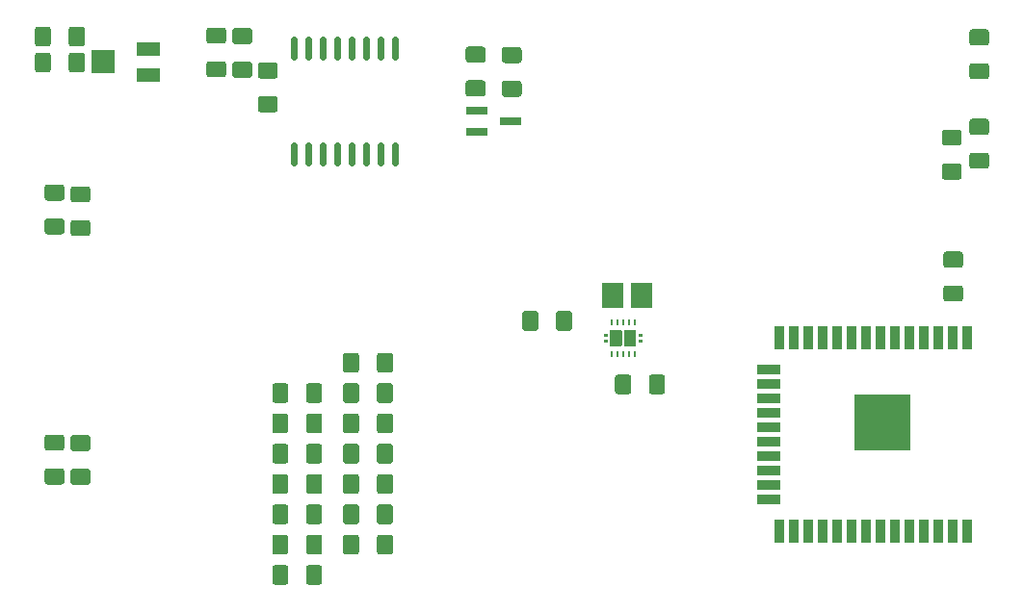
<source format=gtp>
G04 #@! TF.GenerationSoftware,KiCad,Pcbnew,(5.1.6)-1*
G04 #@! TF.CreationDate,2020-08-25T11:11:56+02:00*
G04 #@! TF.ProjectId,projet,70726f6a-6574-42e6-9b69-6361645f7063,rev?*
G04 #@! TF.SameCoordinates,Original*
G04 #@! TF.FileFunction,Paste,Top*
G04 #@! TF.FilePolarity,Positive*
%FSLAX46Y46*%
G04 Gerber Fmt 4.6, Leading zero omitted, Abs format (unit mm)*
G04 Created by KiCad (PCBNEW (5.1.6)-1) date 2020-08-25 11:11:56*
%MOMM*%
%LPD*%
G01*
G04 APERTURE LIST*
%ADD10R,0.240000X0.600000*%
%ADD11R,1.900000X0.800000*%
%ADD12R,1.825000X2.200000*%
%ADD13R,0.900000X2.000000*%
%ADD14R,2.000000X0.900000*%
%ADD15R,5.000000X5.000000*%
%ADD16R,2.000000X1.300000*%
%ADD17R,2.000000X2.000000*%
G04 APERTURE END LIST*
D10*
X113456000Y-55248000D03*
X112956000Y-55248000D03*
X112456000Y-55248000D03*
X111956000Y-55248000D03*
X111456000Y-55248000D03*
X111456000Y-52448000D03*
X111956000Y-52448000D03*
X112456000Y-52448000D03*
X112956000Y-52448000D03*
X113456000Y-52448000D03*
G36*
G01*
X110781000Y-53973000D02*
X111071000Y-53973000D01*
G75*
G02*
X111096000Y-53998000I0J-25000D01*
G01*
X111096000Y-54198000D01*
G75*
G02*
X111071000Y-54223000I-25000J0D01*
G01*
X110781000Y-54223000D01*
G75*
G02*
X110756000Y-54198000I0J25000D01*
G01*
X110756000Y-53998000D01*
G75*
G02*
X110781000Y-53973000I25000J0D01*
G01*
G37*
G36*
G01*
X110781000Y-53473000D02*
X111071000Y-53473000D01*
G75*
G02*
X111096000Y-53498000I0J-25000D01*
G01*
X111096000Y-53698000D01*
G75*
G02*
X111071000Y-53723000I-25000J0D01*
G01*
X110781000Y-53723000D01*
G75*
G02*
X110756000Y-53698000I0J25000D01*
G01*
X110756000Y-53498000D01*
G75*
G02*
X110781000Y-53473000I25000J0D01*
G01*
G37*
G36*
G01*
X113841000Y-53973000D02*
X114131000Y-53973000D01*
G75*
G02*
X114156000Y-53998000I0J-25000D01*
G01*
X114156000Y-54198000D01*
G75*
G02*
X114131000Y-54223000I-25000J0D01*
G01*
X113841000Y-54223000D01*
G75*
G02*
X113816000Y-54198000I0J25000D01*
G01*
X113816000Y-53998000D01*
G75*
G02*
X113841000Y-53973000I25000J0D01*
G01*
G37*
G36*
G01*
X113841000Y-53473000D02*
X114131000Y-53473000D01*
G75*
G02*
X114156000Y-53498000I0J-25000D01*
G01*
X114156000Y-53698000D01*
G75*
G02*
X114131000Y-53723000I-25000J0D01*
G01*
X113841000Y-53723000D01*
G75*
G02*
X113816000Y-53698000I0J25000D01*
G01*
X113816000Y-53498000D01*
G75*
G02*
X113841000Y-53473000I25000J0D01*
G01*
G37*
G36*
G01*
X112662000Y-53098000D02*
X113510000Y-53098000D01*
G75*
G02*
X113616000Y-53204000I0J-106000D01*
G01*
X113616000Y-54492000D01*
G75*
G02*
X113510000Y-54598000I-106000J0D01*
G01*
X112662000Y-54598000D01*
G75*
G02*
X112556000Y-54492000I0J106000D01*
G01*
X112556000Y-53204000D01*
G75*
G02*
X112662000Y-53098000I106000J0D01*
G01*
G37*
G36*
G01*
X111402000Y-53098000D02*
X112250000Y-53098000D01*
G75*
G02*
X112356000Y-53204000I0J-106000D01*
G01*
X112356000Y-54492000D01*
G75*
G02*
X112250000Y-54598000I-106000J0D01*
G01*
X111402000Y-54598000D01*
G75*
G02*
X111296000Y-54492000I0J106000D01*
G01*
X111296000Y-53204000D01*
G75*
G02*
X111402000Y-53098000I106000J0D01*
G01*
G37*
G36*
G01*
X143139000Y-29640500D02*
X144389000Y-29640500D01*
G75*
G02*
X144639000Y-29890500I0J-250000D01*
G01*
X144639000Y-30815500D01*
G75*
G02*
X144389000Y-31065500I-250000J0D01*
G01*
X143139000Y-31065500D01*
G75*
G02*
X142889000Y-30815500I0J250000D01*
G01*
X142889000Y-29890500D01*
G75*
G02*
X143139000Y-29640500I250000J0D01*
G01*
G37*
G36*
G01*
X143139000Y-26665500D02*
X144389000Y-26665500D01*
G75*
G02*
X144639000Y-26915500I0J-250000D01*
G01*
X144639000Y-27840500D01*
G75*
G02*
X144389000Y-28090500I-250000J0D01*
G01*
X143139000Y-28090500D01*
G75*
G02*
X142889000Y-27840500I0J250000D01*
G01*
X142889000Y-26915500D01*
G75*
G02*
X143139000Y-26665500I250000J0D01*
G01*
G37*
G36*
G01*
X83716000Y-29395000D02*
X83416000Y-29395000D01*
G75*
G02*
X83266000Y-29245000I0J150000D01*
G01*
X83266000Y-27495000D01*
G75*
G02*
X83416000Y-27345000I150000J0D01*
G01*
X83716000Y-27345000D01*
G75*
G02*
X83866000Y-27495000I0J-150000D01*
G01*
X83866000Y-29245000D01*
G75*
G02*
X83716000Y-29395000I-150000J0D01*
G01*
G37*
G36*
G01*
X84986000Y-29395000D02*
X84686000Y-29395000D01*
G75*
G02*
X84536000Y-29245000I0J150000D01*
G01*
X84536000Y-27495000D01*
G75*
G02*
X84686000Y-27345000I150000J0D01*
G01*
X84986000Y-27345000D01*
G75*
G02*
X85136000Y-27495000I0J-150000D01*
G01*
X85136000Y-29245000D01*
G75*
G02*
X84986000Y-29395000I-150000J0D01*
G01*
G37*
G36*
G01*
X86256000Y-29395000D02*
X85956000Y-29395000D01*
G75*
G02*
X85806000Y-29245000I0J150000D01*
G01*
X85806000Y-27495000D01*
G75*
G02*
X85956000Y-27345000I150000J0D01*
G01*
X86256000Y-27345000D01*
G75*
G02*
X86406000Y-27495000I0J-150000D01*
G01*
X86406000Y-29245000D01*
G75*
G02*
X86256000Y-29395000I-150000J0D01*
G01*
G37*
G36*
G01*
X87526000Y-29395000D02*
X87226000Y-29395000D01*
G75*
G02*
X87076000Y-29245000I0J150000D01*
G01*
X87076000Y-27495000D01*
G75*
G02*
X87226000Y-27345000I150000J0D01*
G01*
X87526000Y-27345000D01*
G75*
G02*
X87676000Y-27495000I0J-150000D01*
G01*
X87676000Y-29245000D01*
G75*
G02*
X87526000Y-29395000I-150000J0D01*
G01*
G37*
G36*
G01*
X88796000Y-29395000D02*
X88496000Y-29395000D01*
G75*
G02*
X88346000Y-29245000I0J150000D01*
G01*
X88346000Y-27495000D01*
G75*
G02*
X88496000Y-27345000I150000J0D01*
G01*
X88796000Y-27345000D01*
G75*
G02*
X88946000Y-27495000I0J-150000D01*
G01*
X88946000Y-29245000D01*
G75*
G02*
X88796000Y-29395000I-150000J0D01*
G01*
G37*
G36*
G01*
X90066000Y-29395000D02*
X89766000Y-29395000D01*
G75*
G02*
X89616000Y-29245000I0J150000D01*
G01*
X89616000Y-27495000D01*
G75*
G02*
X89766000Y-27345000I150000J0D01*
G01*
X90066000Y-27345000D01*
G75*
G02*
X90216000Y-27495000I0J-150000D01*
G01*
X90216000Y-29245000D01*
G75*
G02*
X90066000Y-29395000I-150000J0D01*
G01*
G37*
G36*
G01*
X91336000Y-29395000D02*
X91036000Y-29395000D01*
G75*
G02*
X90886000Y-29245000I0J150000D01*
G01*
X90886000Y-27495000D01*
G75*
G02*
X91036000Y-27345000I150000J0D01*
G01*
X91336000Y-27345000D01*
G75*
G02*
X91486000Y-27495000I0J-150000D01*
G01*
X91486000Y-29245000D01*
G75*
G02*
X91336000Y-29395000I-150000J0D01*
G01*
G37*
G36*
G01*
X92606000Y-29395000D02*
X92306000Y-29395000D01*
G75*
G02*
X92156000Y-29245000I0J150000D01*
G01*
X92156000Y-27495000D01*
G75*
G02*
X92306000Y-27345000I150000J0D01*
G01*
X92606000Y-27345000D01*
G75*
G02*
X92756000Y-27495000I0J-150000D01*
G01*
X92756000Y-29245000D01*
G75*
G02*
X92606000Y-29395000I-150000J0D01*
G01*
G37*
G36*
G01*
X92606000Y-38695000D02*
X92306000Y-38695000D01*
G75*
G02*
X92156000Y-38545000I0J150000D01*
G01*
X92156000Y-36795000D01*
G75*
G02*
X92306000Y-36645000I150000J0D01*
G01*
X92606000Y-36645000D01*
G75*
G02*
X92756000Y-36795000I0J-150000D01*
G01*
X92756000Y-38545000D01*
G75*
G02*
X92606000Y-38695000I-150000J0D01*
G01*
G37*
G36*
G01*
X91336000Y-38695000D02*
X91036000Y-38695000D01*
G75*
G02*
X90886000Y-38545000I0J150000D01*
G01*
X90886000Y-36795000D01*
G75*
G02*
X91036000Y-36645000I150000J0D01*
G01*
X91336000Y-36645000D01*
G75*
G02*
X91486000Y-36795000I0J-150000D01*
G01*
X91486000Y-38545000D01*
G75*
G02*
X91336000Y-38695000I-150000J0D01*
G01*
G37*
G36*
G01*
X90066000Y-38695000D02*
X89766000Y-38695000D01*
G75*
G02*
X89616000Y-38545000I0J150000D01*
G01*
X89616000Y-36795000D01*
G75*
G02*
X89766000Y-36645000I150000J0D01*
G01*
X90066000Y-36645000D01*
G75*
G02*
X90216000Y-36795000I0J-150000D01*
G01*
X90216000Y-38545000D01*
G75*
G02*
X90066000Y-38695000I-150000J0D01*
G01*
G37*
G36*
G01*
X88796000Y-38695000D02*
X88496000Y-38695000D01*
G75*
G02*
X88346000Y-38545000I0J150000D01*
G01*
X88346000Y-36795000D01*
G75*
G02*
X88496000Y-36645000I150000J0D01*
G01*
X88796000Y-36645000D01*
G75*
G02*
X88946000Y-36795000I0J-150000D01*
G01*
X88946000Y-38545000D01*
G75*
G02*
X88796000Y-38695000I-150000J0D01*
G01*
G37*
G36*
G01*
X87526000Y-38695000D02*
X87226000Y-38695000D01*
G75*
G02*
X87076000Y-38545000I0J150000D01*
G01*
X87076000Y-36795000D01*
G75*
G02*
X87226000Y-36645000I150000J0D01*
G01*
X87526000Y-36645000D01*
G75*
G02*
X87676000Y-36795000I0J-150000D01*
G01*
X87676000Y-38545000D01*
G75*
G02*
X87526000Y-38695000I-150000J0D01*
G01*
G37*
G36*
G01*
X86256000Y-38695000D02*
X85956000Y-38695000D01*
G75*
G02*
X85806000Y-38545000I0J150000D01*
G01*
X85806000Y-36795000D01*
G75*
G02*
X85956000Y-36645000I150000J0D01*
G01*
X86256000Y-36645000D01*
G75*
G02*
X86406000Y-36795000I0J-150000D01*
G01*
X86406000Y-38545000D01*
G75*
G02*
X86256000Y-38695000I-150000J0D01*
G01*
G37*
G36*
G01*
X84986000Y-38695000D02*
X84686000Y-38695000D01*
G75*
G02*
X84536000Y-38545000I0J150000D01*
G01*
X84536000Y-36795000D01*
G75*
G02*
X84686000Y-36645000I150000J0D01*
G01*
X84986000Y-36645000D01*
G75*
G02*
X85136000Y-36795000I0J-150000D01*
G01*
X85136000Y-38545000D01*
G75*
G02*
X84986000Y-38695000I-150000J0D01*
G01*
G37*
G36*
G01*
X83716000Y-38695000D02*
X83416000Y-38695000D01*
G75*
G02*
X83266000Y-38545000I0J150000D01*
G01*
X83266000Y-36795000D01*
G75*
G02*
X83416000Y-36645000I150000J0D01*
G01*
X83716000Y-36645000D01*
G75*
G02*
X83866000Y-36795000I0J-150000D01*
G01*
X83866000Y-38545000D01*
G75*
G02*
X83716000Y-38695000I-150000J0D01*
G01*
G37*
G36*
G01*
X103304500Y-29641500D02*
X102054500Y-29641500D01*
G75*
G02*
X101804500Y-29391500I0J250000D01*
G01*
X101804500Y-28466500D01*
G75*
G02*
X102054500Y-28216500I250000J0D01*
G01*
X103304500Y-28216500D01*
G75*
G02*
X103554500Y-28466500I0J-250000D01*
G01*
X103554500Y-29391500D01*
G75*
G02*
X103304500Y-29641500I-250000J0D01*
G01*
G37*
G36*
G01*
X103304500Y-32616500D02*
X102054500Y-32616500D01*
G75*
G02*
X101804500Y-32366500I0J250000D01*
G01*
X101804500Y-31441500D01*
G75*
G02*
X102054500Y-31191500I250000J0D01*
G01*
X103304500Y-31191500D01*
G75*
G02*
X103554500Y-31441500I0J-250000D01*
G01*
X103554500Y-32366500D01*
G75*
G02*
X103304500Y-32616500I-250000J0D01*
G01*
G37*
G36*
G01*
X100129500Y-29605000D02*
X98879500Y-29605000D01*
G75*
G02*
X98629500Y-29355000I0J250000D01*
G01*
X98629500Y-28430000D01*
G75*
G02*
X98879500Y-28180000I250000J0D01*
G01*
X100129500Y-28180000D01*
G75*
G02*
X100379500Y-28430000I0J-250000D01*
G01*
X100379500Y-29355000D01*
G75*
G02*
X100129500Y-29605000I-250000J0D01*
G01*
G37*
G36*
G01*
X100129500Y-32580000D02*
X98879500Y-32580000D01*
G75*
G02*
X98629500Y-32330000I0J250000D01*
G01*
X98629500Y-31405000D01*
G75*
G02*
X98879500Y-31155000I250000J0D01*
G01*
X100129500Y-31155000D01*
G75*
G02*
X100379500Y-31405000I0J-250000D01*
G01*
X100379500Y-32330000D01*
G75*
G02*
X100129500Y-32580000I-250000J0D01*
G01*
G37*
D11*
X102592000Y-34734500D03*
X99592000Y-35684500D03*
X99592000Y-33784500D03*
D12*
X114081000Y-50038000D03*
X111506000Y-50038000D03*
G36*
G01*
X114730500Y-58537000D02*
X114730500Y-57287000D01*
G75*
G02*
X114980500Y-57037000I250000J0D01*
G01*
X115905500Y-57037000D01*
G75*
G02*
X116155500Y-57287000I0J-250000D01*
G01*
X116155500Y-58537000D01*
G75*
G02*
X115905500Y-58787000I-250000J0D01*
G01*
X114980500Y-58787000D01*
G75*
G02*
X114730500Y-58537000I0J250000D01*
G01*
G37*
G36*
G01*
X111755500Y-58537000D02*
X111755500Y-57287000D01*
G75*
G02*
X112005500Y-57037000I250000J0D01*
G01*
X112930500Y-57037000D01*
G75*
G02*
X113180500Y-57287000I0J-250000D01*
G01*
X113180500Y-58537000D01*
G75*
G02*
X112930500Y-58787000I-250000J0D01*
G01*
X112005500Y-58787000D01*
G75*
G02*
X111755500Y-58537000I0J250000D01*
G01*
G37*
G36*
G01*
X105016000Y-51699000D02*
X105016000Y-52949000D01*
G75*
G02*
X104766000Y-53199000I-250000J0D01*
G01*
X103841000Y-53199000D01*
G75*
G02*
X103591000Y-52949000I0J250000D01*
G01*
X103591000Y-51699000D01*
G75*
G02*
X103841000Y-51449000I250000J0D01*
G01*
X104766000Y-51449000D01*
G75*
G02*
X105016000Y-51699000I0J-250000D01*
G01*
G37*
G36*
G01*
X107991000Y-51699000D02*
X107991000Y-52949000D01*
G75*
G02*
X107741000Y-53199000I-250000J0D01*
G01*
X106816000Y-53199000D01*
G75*
G02*
X106566000Y-52949000I0J250000D01*
G01*
X106566000Y-51699000D01*
G75*
G02*
X106816000Y-51449000I250000J0D01*
G01*
X107741000Y-51449000D01*
G75*
G02*
X107991000Y-51699000I0J-250000D01*
G01*
G37*
G36*
G01*
X63730500Y-30216000D02*
X63730500Y-28966000D01*
G75*
G02*
X63980500Y-28716000I250000J0D01*
G01*
X64905500Y-28716000D01*
G75*
G02*
X65155500Y-28966000I0J-250000D01*
G01*
X65155500Y-30216000D01*
G75*
G02*
X64905500Y-30466000I-250000J0D01*
G01*
X63980500Y-30466000D01*
G75*
G02*
X63730500Y-30216000I0J250000D01*
G01*
G37*
G36*
G01*
X60755500Y-30216000D02*
X60755500Y-28966000D01*
G75*
G02*
X61005500Y-28716000I250000J0D01*
G01*
X61930500Y-28716000D01*
G75*
G02*
X62180500Y-28966000I0J-250000D01*
G01*
X62180500Y-30216000D01*
G75*
G02*
X61930500Y-30466000I-250000J0D01*
G01*
X61005500Y-30466000D01*
G75*
G02*
X60755500Y-30216000I0J250000D01*
G01*
G37*
G36*
G01*
X90818000Y-56632000D02*
X90818000Y-55382000D01*
G75*
G02*
X91068000Y-55132000I250000J0D01*
G01*
X91993000Y-55132000D01*
G75*
G02*
X92243000Y-55382000I0J-250000D01*
G01*
X92243000Y-56632000D01*
G75*
G02*
X91993000Y-56882000I-250000J0D01*
G01*
X91068000Y-56882000D01*
G75*
G02*
X90818000Y-56632000I0J250000D01*
G01*
G37*
G36*
G01*
X87843000Y-56632000D02*
X87843000Y-55382000D01*
G75*
G02*
X88093000Y-55132000I250000J0D01*
G01*
X89018000Y-55132000D01*
G75*
G02*
X89268000Y-55382000I0J-250000D01*
G01*
X89268000Y-56632000D01*
G75*
G02*
X89018000Y-56882000I-250000J0D01*
G01*
X88093000Y-56882000D01*
G75*
G02*
X87843000Y-56632000I0J250000D01*
G01*
G37*
G36*
G01*
X90818000Y-59299000D02*
X90818000Y-58049000D01*
G75*
G02*
X91068000Y-57799000I250000J0D01*
G01*
X91993000Y-57799000D01*
G75*
G02*
X92243000Y-58049000I0J-250000D01*
G01*
X92243000Y-59299000D01*
G75*
G02*
X91993000Y-59549000I-250000J0D01*
G01*
X91068000Y-59549000D01*
G75*
G02*
X90818000Y-59299000I0J250000D01*
G01*
G37*
G36*
G01*
X87843000Y-59299000D02*
X87843000Y-58049000D01*
G75*
G02*
X88093000Y-57799000I250000J0D01*
G01*
X89018000Y-57799000D01*
G75*
G02*
X89268000Y-58049000I0J-250000D01*
G01*
X89268000Y-59299000D01*
G75*
G02*
X89018000Y-59549000I-250000J0D01*
G01*
X88093000Y-59549000D01*
G75*
G02*
X87843000Y-59299000I0J250000D01*
G01*
G37*
G36*
G01*
X90818000Y-61966000D02*
X90818000Y-60716000D01*
G75*
G02*
X91068000Y-60466000I250000J0D01*
G01*
X91993000Y-60466000D01*
G75*
G02*
X92243000Y-60716000I0J-250000D01*
G01*
X92243000Y-61966000D01*
G75*
G02*
X91993000Y-62216000I-250000J0D01*
G01*
X91068000Y-62216000D01*
G75*
G02*
X90818000Y-61966000I0J250000D01*
G01*
G37*
G36*
G01*
X87843000Y-61966000D02*
X87843000Y-60716000D01*
G75*
G02*
X88093000Y-60466000I250000J0D01*
G01*
X89018000Y-60466000D01*
G75*
G02*
X89268000Y-60716000I0J-250000D01*
G01*
X89268000Y-61966000D01*
G75*
G02*
X89018000Y-62216000I-250000J0D01*
G01*
X88093000Y-62216000D01*
G75*
G02*
X87843000Y-61966000I0J250000D01*
G01*
G37*
G36*
G01*
X90818000Y-64633000D02*
X90818000Y-63383000D01*
G75*
G02*
X91068000Y-63133000I250000J0D01*
G01*
X91993000Y-63133000D01*
G75*
G02*
X92243000Y-63383000I0J-250000D01*
G01*
X92243000Y-64633000D01*
G75*
G02*
X91993000Y-64883000I-250000J0D01*
G01*
X91068000Y-64883000D01*
G75*
G02*
X90818000Y-64633000I0J250000D01*
G01*
G37*
G36*
G01*
X87843000Y-64633000D02*
X87843000Y-63383000D01*
G75*
G02*
X88093000Y-63133000I250000J0D01*
G01*
X89018000Y-63133000D01*
G75*
G02*
X89268000Y-63383000I0J-250000D01*
G01*
X89268000Y-64633000D01*
G75*
G02*
X89018000Y-64883000I-250000J0D01*
G01*
X88093000Y-64883000D01*
G75*
G02*
X87843000Y-64633000I0J250000D01*
G01*
G37*
G36*
G01*
X90818000Y-67300000D02*
X90818000Y-66050000D01*
G75*
G02*
X91068000Y-65800000I250000J0D01*
G01*
X91993000Y-65800000D01*
G75*
G02*
X92243000Y-66050000I0J-250000D01*
G01*
X92243000Y-67300000D01*
G75*
G02*
X91993000Y-67550000I-250000J0D01*
G01*
X91068000Y-67550000D01*
G75*
G02*
X90818000Y-67300000I0J250000D01*
G01*
G37*
G36*
G01*
X87843000Y-67300000D02*
X87843000Y-66050000D01*
G75*
G02*
X88093000Y-65800000I250000J0D01*
G01*
X89018000Y-65800000D01*
G75*
G02*
X89268000Y-66050000I0J-250000D01*
G01*
X89268000Y-67300000D01*
G75*
G02*
X89018000Y-67550000I-250000J0D01*
G01*
X88093000Y-67550000D01*
G75*
G02*
X87843000Y-67300000I0J250000D01*
G01*
G37*
G36*
G01*
X90818000Y-69967000D02*
X90818000Y-68717000D01*
G75*
G02*
X91068000Y-68467000I250000J0D01*
G01*
X91993000Y-68467000D01*
G75*
G02*
X92243000Y-68717000I0J-250000D01*
G01*
X92243000Y-69967000D01*
G75*
G02*
X91993000Y-70217000I-250000J0D01*
G01*
X91068000Y-70217000D01*
G75*
G02*
X90818000Y-69967000I0J250000D01*
G01*
G37*
G36*
G01*
X87843000Y-69967000D02*
X87843000Y-68717000D01*
G75*
G02*
X88093000Y-68467000I250000J0D01*
G01*
X89018000Y-68467000D01*
G75*
G02*
X89268000Y-68717000I0J-250000D01*
G01*
X89268000Y-69967000D01*
G75*
G02*
X89018000Y-70217000I-250000J0D01*
G01*
X88093000Y-70217000D01*
G75*
G02*
X87843000Y-69967000I0J250000D01*
G01*
G37*
G36*
G01*
X144389000Y-35964500D02*
X143139000Y-35964500D01*
G75*
G02*
X142889000Y-35714500I0J250000D01*
G01*
X142889000Y-34789500D01*
G75*
G02*
X143139000Y-34539500I250000J0D01*
G01*
X144389000Y-34539500D01*
G75*
G02*
X144639000Y-34789500I0J-250000D01*
G01*
X144639000Y-35714500D01*
G75*
G02*
X144389000Y-35964500I-250000J0D01*
G01*
G37*
G36*
G01*
X144389000Y-38939500D02*
X143139000Y-38939500D01*
G75*
G02*
X142889000Y-38689500I0J250000D01*
G01*
X142889000Y-37764500D01*
G75*
G02*
X143139000Y-37514500I250000J0D01*
G01*
X144389000Y-37514500D01*
G75*
G02*
X144639000Y-37764500I0J-250000D01*
G01*
X144639000Y-38689500D01*
G75*
G02*
X144389000Y-38939500I-250000J0D01*
G01*
G37*
G36*
G01*
X90818000Y-72634000D02*
X90818000Y-71384000D01*
G75*
G02*
X91068000Y-71134000I250000J0D01*
G01*
X91993000Y-71134000D01*
G75*
G02*
X92243000Y-71384000I0J-250000D01*
G01*
X92243000Y-72634000D01*
G75*
G02*
X91993000Y-72884000I-250000J0D01*
G01*
X91068000Y-72884000D01*
G75*
G02*
X90818000Y-72634000I0J250000D01*
G01*
G37*
G36*
G01*
X87843000Y-72634000D02*
X87843000Y-71384000D01*
G75*
G02*
X88093000Y-71134000I250000J0D01*
G01*
X89018000Y-71134000D01*
G75*
G02*
X89268000Y-71384000I0J-250000D01*
G01*
X89268000Y-72634000D01*
G75*
G02*
X89018000Y-72884000I-250000J0D01*
G01*
X88093000Y-72884000D01*
G75*
G02*
X87843000Y-72634000I0J250000D01*
G01*
G37*
G36*
G01*
X84595000Y-59299000D02*
X84595000Y-58049000D01*
G75*
G02*
X84845000Y-57799000I250000J0D01*
G01*
X85770000Y-57799000D01*
G75*
G02*
X86020000Y-58049000I0J-250000D01*
G01*
X86020000Y-59299000D01*
G75*
G02*
X85770000Y-59549000I-250000J0D01*
G01*
X84845000Y-59549000D01*
G75*
G02*
X84595000Y-59299000I0J250000D01*
G01*
G37*
G36*
G01*
X81620000Y-59299000D02*
X81620000Y-58049000D01*
G75*
G02*
X81870000Y-57799000I250000J0D01*
G01*
X82795000Y-57799000D01*
G75*
G02*
X83045000Y-58049000I0J-250000D01*
G01*
X83045000Y-59299000D01*
G75*
G02*
X82795000Y-59549000I-250000J0D01*
G01*
X81870000Y-59549000D01*
G75*
G02*
X81620000Y-59299000I0J250000D01*
G01*
G37*
G36*
G01*
X84595000Y-61966000D02*
X84595000Y-60716000D01*
G75*
G02*
X84845000Y-60466000I250000J0D01*
G01*
X85770000Y-60466000D01*
G75*
G02*
X86020000Y-60716000I0J-250000D01*
G01*
X86020000Y-61966000D01*
G75*
G02*
X85770000Y-62216000I-250000J0D01*
G01*
X84845000Y-62216000D01*
G75*
G02*
X84595000Y-61966000I0J250000D01*
G01*
G37*
G36*
G01*
X81620000Y-61966000D02*
X81620000Y-60716000D01*
G75*
G02*
X81870000Y-60466000I250000J0D01*
G01*
X82795000Y-60466000D01*
G75*
G02*
X83045000Y-60716000I0J-250000D01*
G01*
X83045000Y-61966000D01*
G75*
G02*
X82795000Y-62216000I-250000J0D01*
G01*
X81870000Y-62216000D01*
G75*
G02*
X81620000Y-61966000I0J250000D01*
G01*
G37*
G36*
G01*
X84595000Y-64633000D02*
X84595000Y-63383000D01*
G75*
G02*
X84845000Y-63133000I250000J0D01*
G01*
X85770000Y-63133000D01*
G75*
G02*
X86020000Y-63383000I0J-250000D01*
G01*
X86020000Y-64633000D01*
G75*
G02*
X85770000Y-64883000I-250000J0D01*
G01*
X84845000Y-64883000D01*
G75*
G02*
X84595000Y-64633000I0J250000D01*
G01*
G37*
G36*
G01*
X81620000Y-64633000D02*
X81620000Y-63383000D01*
G75*
G02*
X81870000Y-63133000I250000J0D01*
G01*
X82795000Y-63133000D01*
G75*
G02*
X83045000Y-63383000I0J-250000D01*
G01*
X83045000Y-64633000D01*
G75*
G02*
X82795000Y-64883000I-250000J0D01*
G01*
X81870000Y-64883000D01*
G75*
G02*
X81620000Y-64633000I0J250000D01*
G01*
G37*
G36*
G01*
X84595000Y-67300000D02*
X84595000Y-66050000D01*
G75*
G02*
X84845000Y-65800000I250000J0D01*
G01*
X85770000Y-65800000D01*
G75*
G02*
X86020000Y-66050000I0J-250000D01*
G01*
X86020000Y-67300000D01*
G75*
G02*
X85770000Y-67550000I-250000J0D01*
G01*
X84845000Y-67550000D01*
G75*
G02*
X84595000Y-67300000I0J250000D01*
G01*
G37*
G36*
G01*
X81620000Y-67300000D02*
X81620000Y-66050000D01*
G75*
G02*
X81870000Y-65800000I250000J0D01*
G01*
X82795000Y-65800000D01*
G75*
G02*
X83045000Y-66050000I0J-250000D01*
G01*
X83045000Y-67300000D01*
G75*
G02*
X82795000Y-67550000I-250000J0D01*
G01*
X81870000Y-67550000D01*
G75*
G02*
X81620000Y-67300000I0J250000D01*
G01*
G37*
G36*
G01*
X84595000Y-69967000D02*
X84595000Y-68717000D01*
G75*
G02*
X84845000Y-68467000I250000J0D01*
G01*
X85770000Y-68467000D01*
G75*
G02*
X86020000Y-68717000I0J-250000D01*
G01*
X86020000Y-69967000D01*
G75*
G02*
X85770000Y-70217000I-250000J0D01*
G01*
X84845000Y-70217000D01*
G75*
G02*
X84595000Y-69967000I0J250000D01*
G01*
G37*
G36*
G01*
X81620000Y-69967000D02*
X81620000Y-68717000D01*
G75*
G02*
X81870000Y-68467000I250000J0D01*
G01*
X82795000Y-68467000D01*
G75*
G02*
X83045000Y-68717000I0J-250000D01*
G01*
X83045000Y-69967000D01*
G75*
G02*
X82795000Y-70217000I-250000J0D01*
G01*
X81870000Y-70217000D01*
G75*
G02*
X81620000Y-69967000I0J250000D01*
G01*
G37*
G36*
G01*
X84595000Y-72634000D02*
X84595000Y-71384000D01*
G75*
G02*
X84845000Y-71134000I250000J0D01*
G01*
X85770000Y-71134000D01*
G75*
G02*
X86020000Y-71384000I0J-250000D01*
G01*
X86020000Y-72634000D01*
G75*
G02*
X85770000Y-72884000I-250000J0D01*
G01*
X84845000Y-72884000D01*
G75*
G02*
X84595000Y-72634000I0J250000D01*
G01*
G37*
G36*
G01*
X81620000Y-72634000D02*
X81620000Y-71384000D01*
G75*
G02*
X81870000Y-71134000I250000J0D01*
G01*
X82795000Y-71134000D01*
G75*
G02*
X83045000Y-71384000I0J-250000D01*
G01*
X83045000Y-72634000D01*
G75*
G02*
X82795000Y-72884000I-250000J0D01*
G01*
X81870000Y-72884000D01*
G75*
G02*
X81620000Y-72634000I0J250000D01*
G01*
G37*
G36*
G01*
X140853000Y-49198500D02*
X142103000Y-49198500D01*
G75*
G02*
X142353000Y-49448500I0J-250000D01*
G01*
X142353000Y-50373500D01*
G75*
G02*
X142103000Y-50623500I-250000J0D01*
G01*
X140853000Y-50623500D01*
G75*
G02*
X140603000Y-50373500I0J250000D01*
G01*
X140603000Y-49448500D01*
G75*
G02*
X140853000Y-49198500I250000J0D01*
G01*
G37*
G36*
G01*
X140853000Y-46223500D02*
X142103000Y-46223500D01*
G75*
G02*
X142353000Y-46473500I0J-250000D01*
G01*
X142353000Y-47398500D01*
G75*
G02*
X142103000Y-47648500I-250000J0D01*
G01*
X140853000Y-47648500D01*
G75*
G02*
X140603000Y-47398500I0J250000D01*
G01*
X140603000Y-46473500D01*
G75*
G02*
X140853000Y-46223500I250000J0D01*
G01*
G37*
G36*
G01*
X84595000Y-75301000D02*
X84595000Y-74051000D01*
G75*
G02*
X84845000Y-73801000I250000J0D01*
G01*
X85770000Y-73801000D01*
G75*
G02*
X86020000Y-74051000I0J-250000D01*
G01*
X86020000Y-75301000D01*
G75*
G02*
X85770000Y-75551000I-250000J0D01*
G01*
X84845000Y-75551000D01*
G75*
G02*
X84595000Y-75301000I0J250000D01*
G01*
G37*
G36*
G01*
X81620000Y-75301000D02*
X81620000Y-74051000D01*
G75*
G02*
X81870000Y-73801000I250000J0D01*
G01*
X82795000Y-73801000D01*
G75*
G02*
X83045000Y-74051000I0J-250000D01*
G01*
X83045000Y-75301000D01*
G75*
G02*
X82795000Y-75551000I-250000J0D01*
G01*
X81870000Y-75551000D01*
G75*
G02*
X81620000Y-75301000I0J250000D01*
G01*
G37*
G36*
G01*
X141976000Y-36907500D02*
X140726000Y-36907500D01*
G75*
G02*
X140476000Y-36657500I0J250000D01*
G01*
X140476000Y-35732500D01*
G75*
G02*
X140726000Y-35482500I250000J0D01*
G01*
X141976000Y-35482500D01*
G75*
G02*
X142226000Y-35732500I0J-250000D01*
G01*
X142226000Y-36657500D01*
G75*
G02*
X141976000Y-36907500I-250000J0D01*
G01*
G37*
G36*
G01*
X141976000Y-39882500D02*
X140726000Y-39882500D01*
G75*
G02*
X140476000Y-39632500I0J250000D01*
G01*
X140476000Y-38707500D01*
G75*
G02*
X140726000Y-38457500I250000J0D01*
G01*
X141976000Y-38457500D01*
G75*
G02*
X142226000Y-38707500I0J-250000D01*
G01*
X142226000Y-39632500D01*
G75*
G02*
X141976000Y-39882500I-250000J0D01*
G01*
G37*
G36*
G01*
X63730500Y-27930000D02*
X63730500Y-26680000D01*
G75*
G02*
X63980500Y-26430000I250000J0D01*
G01*
X64905500Y-26430000D01*
G75*
G02*
X65155500Y-26680000I0J-250000D01*
G01*
X65155500Y-27930000D01*
G75*
G02*
X64905500Y-28180000I-250000J0D01*
G01*
X63980500Y-28180000D01*
G75*
G02*
X63730500Y-27930000I0J250000D01*
G01*
G37*
G36*
G01*
X60755500Y-27930000D02*
X60755500Y-26680000D01*
G75*
G02*
X61005500Y-26430000I250000J0D01*
G01*
X61930500Y-26430000D01*
G75*
G02*
X62180500Y-26680000I0J-250000D01*
G01*
X62180500Y-27930000D01*
G75*
G02*
X61930500Y-28180000I-250000J0D01*
G01*
X61005500Y-28180000D01*
G75*
G02*
X60755500Y-27930000I0J250000D01*
G01*
G37*
D13*
X142743000Y-70784000D03*
X141473000Y-70784000D03*
X140203000Y-70784000D03*
X138933000Y-70784000D03*
X137663000Y-70784000D03*
X136393000Y-70784000D03*
X135123000Y-70784000D03*
X133853000Y-70784000D03*
X132583000Y-70784000D03*
X131313000Y-70784000D03*
X130043000Y-70784000D03*
X128773000Y-70784000D03*
X127503000Y-70784000D03*
X126233000Y-70784000D03*
D14*
X125233000Y-67999000D03*
X125233000Y-66729000D03*
X125233000Y-65459000D03*
X125233000Y-64189000D03*
X125233000Y-62919000D03*
X125233000Y-61649000D03*
X125233000Y-60379000D03*
X125233000Y-59109000D03*
X125233000Y-57839000D03*
X125233000Y-56569000D03*
D13*
X126233000Y-53784000D03*
X127503000Y-53784000D03*
X128773000Y-53784000D03*
X130043000Y-53784000D03*
X131313000Y-53784000D03*
X132583000Y-53784000D03*
X133853000Y-53784000D03*
X135123000Y-53784000D03*
X136393000Y-53784000D03*
X137663000Y-53784000D03*
X138933000Y-53784000D03*
X140203000Y-53784000D03*
X141473000Y-53784000D03*
X142743000Y-53784000D03*
D15*
X135243000Y-61284000D03*
D16*
X70738000Y-30684000D03*
D17*
X66738000Y-29534000D03*
D16*
X70738000Y-28384000D03*
G36*
G01*
X77333000Y-27927000D02*
X76083000Y-27927000D01*
G75*
G02*
X75833000Y-27677000I0J250000D01*
G01*
X75833000Y-26752000D01*
G75*
G02*
X76083000Y-26502000I250000J0D01*
G01*
X77333000Y-26502000D01*
G75*
G02*
X77583000Y-26752000I0J-250000D01*
G01*
X77583000Y-27677000D01*
G75*
G02*
X77333000Y-27927000I-250000J0D01*
G01*
G37*
G36*
G01*
X77333000Y-30902000D02*
X76083000Y-30902000D01*
G75*
G02*
X75833000Y-30652000I0J250000D01*
G01*
X75833000Y-29727000D01*
G75*
G02*
X76083000Y-29477000I250000J0D01*
G01*
X77333000Y-29477000D01*
G75*
G02*
X77583000Y-29727000I0J-250000D01*
G01*
X77583000Y-30652000D01*
G75*
G02*
X77333000Y-30902000I-250000J0D01*
G01*
G37*
G36*
G01*
X79619000Y-27963500D02*
X78369000Y-27963500D01*
G75*
G02*
X78119000Y-27713500I0J250000D01*
G01*
X78119000Y-26788500D01*
G75*
G02*
X78369000Y-26538500I250000J0D01*
G01*
X79619000Y-26538500D01*
G75*
G02*
X79869000Y-26788500I0J-250000D01*
G01*
X79869000Y-27713500D01*
G75*
G02*
X79619000Y-27963500I-250000J0D01*
G01*
G37*
G36*
G01*
X79619000Y-30938500D02*
X78369000Y-30938500D01*
G75*
G02*
X78119000Y-30688500I0J250000D01*
G01*
X78119000Y-29763500D01*
G75*
G02*
X78369000Y-29513500I250000J0D01*
G01*
X79619000Y-29513500D01*
G75*
G02*
X79869000Y-29763500I0J-250000D01*
G01*
X79869000Y-30688500D01*
G75*
G02*
X79619000Y-30938500I-250000J0D01*
G01*
G37*
G36*
G01*
X64145000Y-65327500D02*
X65395000Y-65327500D01*
G75*
G02*
X65645000Y-65577500I0J-250000D01*
G01*
X65645000Y-66502500D01*
G75*
G02*
X65395000Y-66752500I-250000J0D01*
G01*
X64145000Y-66752500D01*
G75*
G02*
X63895000Y-66502500I0J250000D01*
G01*
X63895000Y-65577500D01*
G75*
G02*
X64145000Y-65327500I250000J0D01*
G01*
G37*
G36*
G01*
X64145000Y-62352500D02*
X65395000Y-62352500D01*
G75*
G02*
X65645000Y-62602500I0J-250000D01*
G01*
X65645000Y-63527500D01*
G75*
G02*
X65395000Y-63777500I-250000J0D01*
G01*
X64145000Y-63777500D01*
G75*
G02*
X63895000Y-63527500I0J250000D01*
G01*
X63895000Y-62602500D01*
G75*
G02*
X64145000Y-62352500I250000J0D01*
G01*
G37*
G36*
G01*
X65395000Y-41897000D02*
X64145000Y-41897000D01*
G75*
G02*
X63895000Y-41647000I0J250000D01*
G01*
X63895000Y-40722000D01*
G75*
G02*
X64145000Y-40472000I250000J0D01*
G01*
X65395000Y-40472000D01*
G75*
G02*
X65645000Y-40722000I0J-250000D01*
G01*
X65645000Y-41647000D01*
G75*
G02*
X65395000Y-41897000I-250000J0D01*
G01*
G37*
G36*
G01*
X65395000Y-44872000D02*
X64145000Y-44872000D01*
G75*
G02*
X63895000Y-44622000I0J250000D01*
G01*
X63895000Y-43697000D01*
G75*
G02*
X64145000Y-43447000I250000J0D01*
G01*
X65395000Y-43447000D01*
G75*
G02*
X65645000Y-43697000I0J-250000D01*
G01*
X65645000Y-44622000D01*
G75*
G02*
X65395000Y-44872000I-250000J0D01*
G01*
G37*
G36*
G01*
X81863000Y-30996500D02*
X80613000Y-30996500D01*
G75*
G02*
X80363000Y-30746500I0J250000D01*
G01*
X80363000Y-29821500D01*
G75*
G02*
X80613000Y-29571500I250000J0D01*
G01*
X81863000Y-29571500D01*
G75*
G02*
X82113000Y-29821500I0J-250000D01*
G01*
X82113000Y-30746500D01*
G75*
G02*
X81863000Y-30996500I-250000J0D01*
G01*
G37*
G36*
G01*
X81863000Y-33971500D02*
X80613000Y-33971500D01*
G75*
G02*
X80363000Y-33721500I0J250000D01*
G01*
X80363000Y-32796500D01*
G75*
G02*
X80613000Y-32546500I250000J0D01*
G01*
X81863000Y-32546500D01*
G75*
G02*
X82113000Y-32796500I0J-250000D01*
G01*
X82113000Y-33721500D01*
G75*
G02*
X81863000Y-33971500I-250000J0D01*
G01*
G37*
G36*
G01*
X61863000Y-65296500D02*
X63113000Y-65296500D01*
G75*
G02*
X63363000Y-65546500I0J-250000D01*
G01*
X63363000Y-66471500D01*
G75*
G02*
X63113000Y-66721500I-250000J0D01*
G01*
X61863000Y-66721500D01*
G75*
G02*
X61613000Y-66471500I0J250000D01*
G01*
X61613000Y-65546500D01*
G75*
G02*
X61863000Y-65296500I250000J0D01*
G01*
G37*
G36*
G01*
X61863000Y-62321500D02*
X63113000Y-62321500D01*
G75*
G02*
X63363000Y-62571500I0J-250000D01*
G01*
X63363000Y-63496500D01*
G75*
G02*
X63113000Y-63746500I-250000J0D01*
G01*
X61863000Y-63746500D01*
G75*
G02*
X61613000Y-63496500I0J250000D01*
G01*
X61613000Y-62571500D01*
G75*
G02*
X61863000Y-62321500I250000J0D01*
G01*
G37*
G36*
G01*
X63113000Y-41746500D02*
X61863000Y-41746500D01*
G75*
G02*
X61613000Y-41496500I0J250000D01*
G01*
X61613000Y-40571500D01*
G75*
G02*
X61863000Y-40321500I250000J0D01*
G01*
X63113000Y-40321500D01*
G75*
G02*
X63363000Y-40571500I0J-250000D01*
G01*
X63363000Y-41496500D01*
G75*
G02*
X63113000Y-41746500I-250000J0D01*
G01*
G37*
G36*
G01*
X63113000Y-44721500D02*
X61863000Y-44721500D01*
G75*
G02*
X61613000Y-44471500I0J250000D01*
G01*
X61613000Y-43546500D01*
G75*
G02*
X61863000Y-43296500I250000J0D01*
G01*
X63113000Y-43296500D01*
G75*
G02*
X63363000Y-43546500I0J-250000D01*
G01*
X63363000Y-44471500D01*
G75*
G02*
X63113000Y-44721500I-250000J0D01*
G01*
G37*
M02*

</source>
